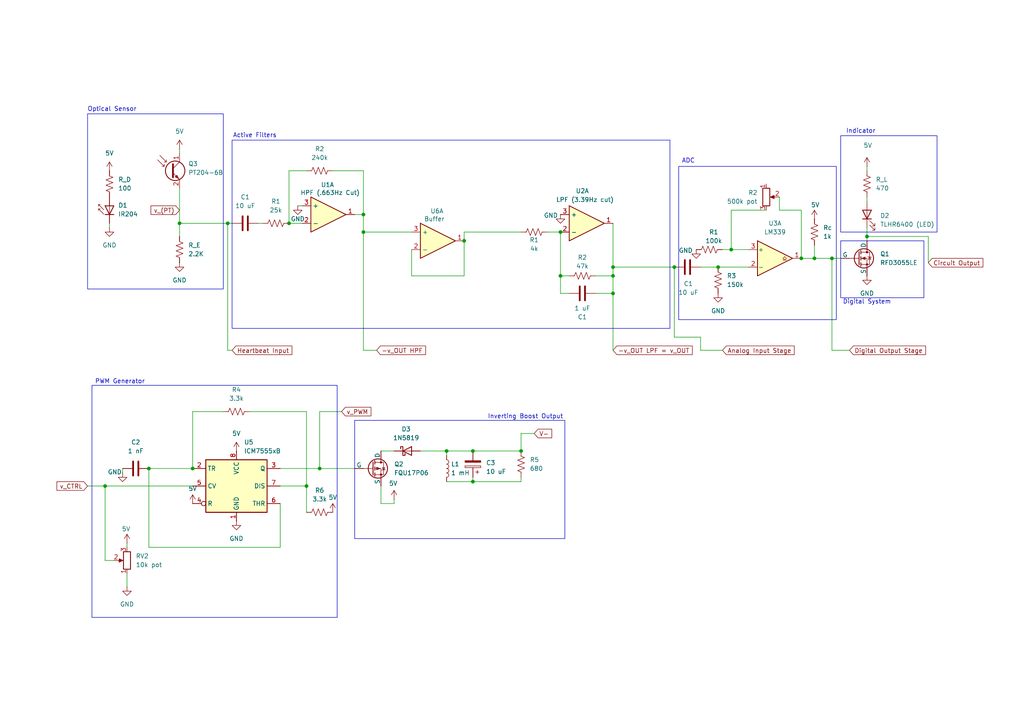
<source format=kicad_sch>
(kicad_sch (version 20231120) (generator "eeschema") (generator_version "8.0")
  (paper "A4")
  (lib_symbols
    (symbol "Comparator:LM393" (pin_names (offset 0.127))
      (property "Reference" "U" (at 3.81 3.81 0))
      (property "Value" "LM393" (at 6.35 -3.81 0))
      (symbol "LM393_1_1"
        (polyline (pts (xy -5.08 5.08) (xy 5.08 0) (xy -5.08 -5.08) (xy -5.08 5.08)) (stroke (width 0.254)) (fill (type background)))
        (polyline (pts (xy 3.302 -0.508) (xy 2.794 -0.508) (xy 3.302 0) (xy 2.794 0.508) (xy 2.286 0) (xy 2.794 -0.508) (xy 2.286 -0.508)) (stroke (width 0.127)))
        (pin open_collector line (at 7.62 0 180) (length 2.54) (name "~") (number "1"))
        (pin input line (at -7.62 -2.54 0) (length 2.54) (name "-") (number "2"))
        (pin input line (at -7.62 2.54 0) (length 2.54) (name "+") (number "3"))
      )
      (symbol "LM393_2_1"
        (polyline (pts (xy -5.08 5.08) (xy 5.08 0) (xy -5.08 -5.08) (xy -5.08 5.08)) (stroke (width 0.254)) (fill (type background)))
        (polyline (pts (xy 3.302 -0.508) (xy 2.794 -0.508) (xy 3.302 0) (xy 2.794 0.508) (xy 2.286 0) (xy 2.794 -0.508) (xy 2.286 -0.508)) (stroke (width 0.127)))
        (pin input line (at -7.62 2.54 0) (length 2.54) (name "+") (number "5"))
        (pin input line (at -7.62 -2.54 0) (length 2.54) (name "-") (number "6"))
        (pin open_collector line (at 7.62 0 180) (length 2.54) (name "~") (number "7"))
      )
      (symbol "LM393_3_1"
        (pin power_in line (at -2.54 -7.62 90) (length 3.81) (name "V-") (number "4"))
        (pin power_in line (at -2.54 7.62 270) (length 3.81) (name "V+") (number "8"))
      )
    )
    (symbol "Device:C" (pin_numbers hide) (pin_names (offset 0.254))
      (property "Reference" "C" (at 0.635 2.54 0))
      (property "Value" "C" (at 0.635 -2.54 0))
      (symbol "C_0_1"
        (polyline (pts (xy -2.032 -0.762) (xy 2.032 -0.762)) (stroke (width 0.508)))
        (polyline (pts (xy -2.032 0.762) (xy 2.032 0.762)) (stroke (width 0.508)))
      )
      (symbol "C_1_1"
        (pin passive line (at 0 3.81 270) (length 2.794) (name "~") (number "1"))
        (pin passive line (at 0 -3.81 90) (length 2.794) (name "~") (number "2"))
      )
    )
    (symbol "Device:C_Polarized" (pin_numbers hide) (pin_names (offset 0.254))
      (property "Reference" "C" (at 0.635 2.54 0))
      (property "Value" "C_Polarized" (at 0.635 -2.54 0))
      (symbol "C_Polarized_0_1"
        (rectangle (start -2.286 0.508) (end 2.286 1.016))
        (polyline (pts (xy -1.778 2.286) (xy -0.762 2.286)))
        (polyline (pts (xy -1.27 2.794) (xy -1.27 1.778)))
        (rectangle (start 2.286 -0.508) (end -2.286 -1.016) (fill (type outline)))
      )
      (symbol "C_Polarized_1_1"
        (pin passive line (at 0 3.81 270) (length 2.794) (name "~") (number "1"))
        (pin passive line (at 0 -3.81 90) (length 2.794) (name "~") (number "2"))
      )
    )
    (symbol "Device:L" (pin_numbers hide) (pin_names (offset 1.016) hide)
      (property "Reference" "L" (at -1.27 0 90))
      (property "Value" "L" (at 1.905 0 90))
      (symbol "L_0_1"
        (arc (start 0 -2.54) (mid 0.6323 -1.905) (end 0 -1.27))
        (arc (start 0 -1.27) (mid 0.6323 -0.635) (end 0 0))
        (arc (start 0 0) (mid 0.6323 0.635) (end 0 1.27))
        (arc (start 0 1.27) (mid 0.6323 1.905) (end 0 2.54))
      )
      (symbol "L_1_1"
        (pin passive line (at 0 3.81 270) (length 1.27) (name "1") (number "1"))
        (pin passive line (at 0 -3.81 90) (length 1.27) (name "2") (number "2"))
      )
    )
    (symbol "Device:LED" (pin_numbers hide) (pin_names (offset 1.016) hide)
      (property "Reference" "D" (at 0 2.54 0))
      (property "Value" "LED" (at 0 -2.54 0))
      (symbol "LED_0_1"
        (polyline (pts (xy -1.27 -1.27) (xy -1.27 1.27)) (stroke (width 0.254)))
        (polyline (pts (xy -1.27 0) (xy 1.27 0)))
        (polyline (pts (xy 1.27 -1.27) (xy 1.27 1.27) (xy -1.27 0) (xy 1.27 -1.27)) (stroke (width 0.254)))
        (polyline (pts (xy -3.048 -0.762) (xy -4.572 -2.286) (xy -3.81 -2.286) (xy -4.572 -2.286) (xy -4.572 -1.524)))
        (polyline (pts (xy -1.778 -0.762) (xy -3.302 -2.286) (xy -2.54 -2.286) (xy -3.302 -2.286) (xy -3.302 -1.524)))
      )
      (symbol "LED_1_1"
        (pin passive line (at -3.81 0 0) (length 2.54) (name "K") (number "1"))
        (pin passive line (at 3.81 0 180) (length 2.54) (name "A") (number "2"))
      )
    )
    (symbol "Device:Opamp_Dual"
      (property "Reference" "U" (at 0 5.08 0))
      (property "Value" "Opamp_Dual" (at 0 -5.08 0))
      (symbol "Opamp_Dual_1_1"
        (polyline (pts (xy -5.08 5.08) (xy 5.08 0) (xy -5.08 -5.08) (xy -5.08 5.08)) (stroke (width 0.254)) (fill (type background)))
        (pin output line (at 7.62 0 180) (length 2.54) (name "~") (number "1"))
        (pin input line (at -7.62 -2.54 0) (length 2.54) (name "-") (number "2"))
        (pin input line (at -7.62 2.54 0) (length 2.54) (name "+") (number "3"))
      )
      (symbol "Opamp_Dual_2_1"
        (polyline (pts (xy -5.08 5.08) (xy 5.08 0) (xy -5.08 -5.08) (xy -5.08 5.08)) (stroke (width 0.254)) (fill (type background)))
        (pin input line (at -7.62 2.54 0) (length 2.54) (name "+") (number "5"))
        (pin input line (at -7.62 -2.54 0) (length 2.54) (name "-") (number "6"))
        (pin output line (at 7.62 0 180) (length 2.54) (name "~") (number "7"))
      )
      (symbol "Opamp_Dual_3_1"
        (pin power_in line (at -2.54 -7.62 90) (length 3.81) (name "V-") (number "4"))
        (pin power_in line (at -2.54 7.62 270) (length 3.81) (name "V+") (number "8"))
      )
    )
    (symbol "Device:R_Potentiometer" (pin_names (offset 1.016) hide)
      (property "Reference" "RV" (at -4.445 0 90))
      (property "Value" "R_Potentiometer" (at -2.54 0 90))
      (symbol "R_Potentiometer_0_1"
        (polyline (pts (xy 2.54 0) (xy 1.524 0)))
        (polyline (pts (xy 1.143 0) (xy 2.286 0.508) (xy 2.286 -0.508) (xy 1.143 0)) (fill (type outline)))
        (rectangle (start 1.016 2.54) (end -1.016 -2.54) (stroke (width 0.254)))
      )
      (symbol "R_Potentiometer_1_1"
        (pin passive line (at 0 3.81 270) (length 1.27) (name "1") (number "1"))
        (pin passive line (at 3.81 0 180) (length 1.27) (name "2") (number "2"))
        (pin passive line (at 0 -3.81 90) (length 1.27) (name "3") (number "3"))
      )
    )
    (symbol "Device:R_US" (pin_numbers hide) (pin_names (offset 0))
      (property "Reference" "R" (at 2.54 0 90))
      (property "Value" "R_US" (at -2.54 0 90))
      (symbol "R_US_0_1"
        (polyline (pts (xy 0 -2.286) (xy 0 -2.54)))
        (polyline (pts (xy 0 2.286) (xy 0 2.54)))
        (polyline (pts (xy 0 -0.762) (xy 1.016 -1.143) (xy 0 -1.524) (xy -1.016 -1.905) (xy 0 -2.286)))
        (polyline (pts (xy 0 0.762) (xy 1.016 0.381) (xy 0 0) (xy -1.016 -0.381) (xy 0 -0.762)))
        (polyline (pts (xy 0 2.286) (xy 1.016 1.905) (xy 0 1.524) (xy -1.016 1.143) (xy 0 0.762)))
      )
      (symbol "R_US_1_1"
        (pin passive line (at 0 3.81 270) (length 1.27) (name "~") (number "1"))
        (pin passive line (at 0 -3.81 90) (length 1.27) (name "~") (number "2"))
      )
    )
    (symbol "Diode:1N5819" (pin_numbers hide) (pin_names (offset 1.016) hide)
      (property "Reference" "D" (at 0 2.54 0))
      (property "Value" "1N5819" (at 0 -2.54 0))
      (symbol "1N5819_0_1"
        (polyline (pts (xy 1.27 0) (xy -1.27 0)))
        (polyline (pts (xy 1.27 1.27) (xy 1.27 -1.27) (xy -1.27 0) (xy 1.27 1.27)) (stroke (width 0.254)))
        (polyline (pts (xy -1.905 0.635) (xy -1.905 1.27) (xy -1.27 1.27) (xy -1.27 -1.27) (xy -0.635 -1.27) (xy -0.635 -0.635)) (stroke (width 0.254)))
      )
      (symbol "1N5819_1_1"
        (pin passive line (at -3.81 0 0) (length 2.54) (name "K") (number "1"))
        (pin passive line (at 3.81 0 180) (length 2.54) (name "A") (number "2"))
      )
    )
    (symbol "LED:IR204A" (pin_numbers hide) (pin_names (offset 1.016) hide)
      (property "Reference" "D" (at 0.508 1.778 0))
      (property "Value" "IR204A" (at -1.016 -2.794 0))
      (symbol "IR204A_0_1"
        (polyline (pts (xy -2.54 1.27) (xy -2.54 -1.27)) (stroke (width 0.254)))
        (polyline (pts (xy 0 0) (xy -2.54 0)))
        (polyline (pts (xy 0.381 3.175) (xy -0.127 3.175)))
        (polyline (pts (xy -1.143 1.651) (xy 0.381 3.175) (xy 0.381 2.667)))
        (polyline (pts (xy 0 1.27) (xy -2.54 0) (xy 0 -1.27) (xy 0 1.27)) (stroke (width 0.254)))
        (polyline (pts (xy -2.413 1.651) (xy -0.889 3.175) (xy -0.889 2.667) (xy -0.889 3.175) (xy -1.397 3.175)))
      )
      (symbol "IR204A_1_1"
        (pin passive line (at -5.08 0 0) (length 2.54) (name "K") (number "1"))
        (pin passive line (at 2.54 0 180) (length 2.54) (name "A") (number "2"))
      )
    )
    (symbol "Sensor_Optical:BP103BF" (pin_names (offset 0) hide)
      (property "Reference" "Q" (at 5.08 1.27 0))
      (property "Value" "BP103BF" (at 5.08 -1.27 0))
      (symbol "BP103BF_0_1"
        (polyline (pts (xy -1.905 1.27) (xy -2.54 1.27)))
        (polyline (pts (xy -1.27 2.54) (xy -1.905 2.54)))
        (polyline (pts (xy 0.635 0.635) (xy 2.54 2.54)))
        (polyline (pts (xy -3.81 3.175) (xy -1.905 1.27) (xy -1.905 1.905)))
        (polyline (pts (xy -3.175 4.445) (xy -1.27 2.54) (xy -1.27 3.175)))
        (polyline (pts (xy 0.635 -0.635) (xy 2.54 -2.54) (xy 2.54 -2.54)))
        (polyline (pts (xy 0.635 1.905) (xy 0.635 -1.905) (xy 0.635 -1.905)) (stroke (width 0.508)))
        (polyline (pts (xy 1.27 -1.778) (xy 1.778 -1.27) (xy 2.286 -2.286) (xy 1.27 -1.778) (xy 1.27 -1.778)) (fill (type outline)))
        (circle (center 1.27 0) (radius 2.8194) (stroke (width 0.254)))
      )
      (symbol "BP103BF_1_1"
        (pin passive line (at 2.54 5.08 270) (length 2.54) (name "C") (number "1"))
        (pin passive line (at 2.54 -5.08 90) (length 2.54) (name "E") (number "2"))
      )
    )
    (symbol "Simulation_SPICE:NMOS" (pin_numbers hide) (pin_names (offset 0))
      (property "Reference" "Q" (at 5.08 1.27 0))
      (property "Value" "NMOS" (at 5.08 -1.27 0))
      (symbol "NMOS_0_1"
        (polyline (pts (xy 0.254 0) (xy -2.54 0)))
        (polyline (pts (xy 0.254 1.905) (xy 0.254 -1.905)) (stroke (width 0.254)))
        (polyline (pts (xy 0.762 -1.27) (xy 0.762 -2.286)) (stroke (width 0.254)))
        (polyline (pts (xy 0.762 0.508) (xy 0.762 -0.508)) (stroke (width 0.254)))
        (polyline (pts (xy 0.762 2.286) (xy 0.762 1.27)) (stroke (width 0.254)))
        (polyline (pts (xy 2.54 2.54) (xy 2.54 1.778)))
        (polyline (pts (xy 2.54 -2.54) (xy 2.54 0) (xy 0.762 0)))
        (polyline (pts (xy 0.762 -1.778) (xy 3.302 -1.778) (xy 3.302 1.778) (xy 0.762 1.778)))
        (polyline (pts (xy 1.016 0) (xy 2.032 0.381) (xy 2.032 -0.381) (xy 1.016 0)) (fill (type outline)))
        (polyline (pts (xy 2.794 0.508) (xy 2.921 0.381) (xy 3.683 0.381) (xy 3.81 0.254)))
        (polyline (pts (xy 3.302 0.381) (xy 2.921 -0.254) (xy 3.683 -0.254) (xy 3.302 0.381)))
        (circle (center 1.651 0) (radius 2.794) (stroke (width 0.254)))
        (circle (center 2.54 -1.778) (radius 0.254) (fill (type outline)))
        (circle (center 2.54 1.778) (radius 0.254) (fill (type outline)))
      )
      (symbol "NMOS_1_1"
        (pin passive line (at 2.54 5.08 270) (length 2.54) (name "D") (number "1"))
        (pin input line (at -5.08 0 0) (length 2.54) (name "G") (number "2"))
        (pin passive line (at 2.54 -5.08 90) (length 2.54) (name "S") (number "3"))
      )
    )
    (symbol "Simulation_SPICE:PMOS" (pin_numbers hide) (pin_names (offset 0))
      (property "Reference" "Q" (at 5.08 1.27 0))
      (property "Value" "PMOS" (at 5.08 -1.27 0))
      (symbol "PMOS_0_1"
        (polyline (pts (xy 0.254 0) (xy -2.54 0)))
        (polyline (pts (xy 0.254 1.905) (xy 0.254 -1.905)) (stroke (width 0.254)))
        (polyline (pts (xy 0.762 -1.27) (xy 0.762 -2.286)) (stroke (width 0.254)))
        (polyline (pts (xy 0.762 0.508) (xy 0.762 -0.508)) (stroke (width 0.254)))
        (polyline (pts (xy 0.762 2.286) (xy 0.762 1.27)) (stroke (width 0.254)))
        (polyline (pts (xy 2.54 2.54) (xy 2.54 1.778)))
        (polyline (pts (xy 2.54 -2.54) (xy 2.54 0) (xy 0.762 0)))
        (polyline (pts (xy 0.762 1.778) (xy 3.302 1.778) (xy 3.302 -1.778) (xy 0.762 -1.778)))
        (polyline (pts (xy 2.286 0) (xy 1.27 0.381) (xy 1.27 -0.381) (xy 2.286 0)) (fill (type outline)))
        (polyline (pts (xy 2.794 -0.508) (xy 2.921 -0.381) (xy 3.683 -0.381) (xy 3.81 -0.254)))
        (polyline (pts (xy 3.302 -0.381) (xy 2.921 0.254) (xy 3.683 0.254) (xy 3.302 -0.381)))
        (circle (center 1.651 0) (radius 2.794) (stroke (width 0.254)))
        (circle (center 2.54 -1.778) (radius 0.254) (fill (type outline)))
        (circle (center 2.54 1.778) (radius 0.254) (fill (type outline)))
      )
      (symbol "PMOS_1_1"
        (pin passive line (at 2.54 5.08 270) (length 2.54) (name "D") (number "1"))
        (pin input line (at -5.08 0 0) (length 2.54) (name "G") (number "2"))
        (pin passive line (at 2.54 -5.08 90) (length 2.54) (name "S") (number "3"))
      )
    )
    (symbol "Timer:ICM7555xB"
      (property "Reference" "U" (at -10.16 8.89 0))
      (property "Value" "ICM7555xB" (at 2.54 8.89 0))
      (symbol "ICM7555xB_0_0"
        (pin power_in line (at 0 -10.16 90) (length 2.54) (name "GND") (number "1"))
        (pin power_in line (at 0 10.16 270) (length 2.54) (name "VCC") (number "8"))
      )
      (symbol "ICM7555xB_0_1"
        (rectangle (start -8.89 -7.62) (end 8.89 7.62) (stroke (width 0.254)) (fill (type background)))
        (rectangle (start -8.89 -7.62) (end 8.89 7.62) (stroke (width 0.254)) (fill (type background)))
      )
      (symbol "ICM7555xB_1_1"
        (pin input line (at -12.7 5.08 0) (length 3.81) (name "TR") (number "2"))
        (pin output line (at 12.7 5.08 180) (length 3.81) (name "Q") (number "3"))
        (pin input inverted (at -12.7 -5.08 0) (length 3.81) (name "R") (number "4"))
        (pin input line (at -12.7 0 0) (length 3.81) (name "CV") (number "5"))
        (pin input line (at 12.7 -5.08 180) (length 3.81) (name "THR") (number "6"))
        (pin input line (at 12.7 0 180) (length 3.81) (name "DIS") (number "7"))
      )
    )
    (symbol "power:GND" (power) (pin_numbers hide) (pin_names (offset 0) hide)
      (property "Value" "GND" (at 0 -3.81 0))
      (symbol "GND_0_1"
        (polyline (pts (xy 0 0) (xy 0 -1.27) (xy 1.27 -1.27) (xy 0 -2.54) (xy -1.27 -1.27) (xy 0 -1.27)))
      )
      (symbol "GND_1_1"
        (pin power_in line (at 0 0 270) (length 0) (name "~") (number "1"))
      )
    )
    (symbol "power:GND1" (power) (pin_numbers hide) (pin_names (offset 0) hide)
      (property "Value" "GND1" (at 0 -3.81 0))
      (symbol "GND1_0_1"
        (polyline (pts (xy 0 0) (xy 0 -1.27) (xy 1.27 -1.27) (xy 0 -2.54) (xy -1.27 -1.27) (xy 0 -1.27)))
      )
      (symbol "GND1_1_1"
        (pin power_in line (at 0 0 270) (length 0) (name "~") (number "1"))
      )
    )
    (symbol "power:VAA" (power) (pin_numbers hide) (pin_names (offset 0) hide)
      (property "Value" "VAA" (at 0 3.556 0))
      (symbol "VAA_0_1"
        (polyline (pts (xy -0.762 1.27) (xy 0 2.54)))
        (polyline (pts (xy 0 0) (xy 0 2.54)))
        (polyline (pts (xy 0 2.54) (xy 0.762 1.27)))
      )
      (symbol "VAA_1_1"
        (pin power_in line (at 0 0 90) (length 0) (name "~") (number "1"))
      )
    )
    (symbol "power:VCCQ" (power) (pin_numbers hide) (pin_names (offset 0) hide)
      (property "Value" "VCCQ" (at 0 3.556 0))
      (symbol "VCCQ_0_1"
        (polyline (pts (xy -0.762 1.27) (xy 0 2.54)))
        (polyline (pts (xy 0 0) (xy 0 2.54)))
        (polyline (pts (xy 0 2.54) (xy 0.762 1.27)))
      )
      (symbol "VCCQ_1_1"
        (pin power_in line (at 0 0 90) (length 0) (name "~") (number "1"))
      )
    )
  )
  (junction (at 92.71 135.89))
  (junction (at 105.41 67.31))
  (junction (at 232.41 74.93))
  (junction (at 251.46 68.58))
  (junction (at 177.8 77.47))
  (junction (at 105.41 62.23))
  (junction (at 241.3 74.93))
  (junction (at 162.56 80.01))
  (junction (at 55.88 135.89))
  (junction (at 66.04 64.77))
  (junction (at 134.62 69.85))
  (junction (at 43.18 135.89))
  (junction (at 162.56 67.31))
  (junction (at 137.16 130.81))
  (junction (at 177.8 85.09))
  (junction (at 208.28 77.47))
  (junction (at 236.22 74.93))
  (junction (at 195.58 77.47))
  (junction (at 88.9 140.97))
  (junction (at 83.82 64.77))
  (junction (at 151.13 130.81))
  (junction (at 52.07 64.77))
  (junction (at 129.54 130.81))
  (junction (at 177.8 80.01))
  (junction (at 30.48 140.97))
  (junction (at 212.09 72.39))
  (junction (at 137.16 139.7))
  (wire (pts (xy 129.54 130.81) (xy 137.16 130.81)))
  (wire (pts (xy 195.58 77.47) (xy 195.58 97.79)))
  (wire (pts (xy 52.07 54.61) (xy 52.07 64.77)))
  (wire (pts (xy 109.22 101.6) (xy 105.41 101.6)))
  (wire (pts (xy 43.18 135.89) (xy 55.88 135.89)))
  (wire (pts (xy 162.56 85.09) (xy 162.56 80.01)))
  (wire (pts (xy 137.16 138.43) (xy 137.16 139.7)))
  (wire (pts (xy 151.13 125.73) (xy 151.13 130.81)))
  (wire (pts (xy 110.49 146.05) (xy 110.49 140.97)))
  (wire (pts (xy 212.09 60.96) (xy 222.25 60.96)))
  (wire (pts (xy 96.52 49.53) (xy 105.41 49.53)))
  (wire (pts (xy 236.22 74.93) (xy 232.41 74.93)))
  (wire (pts (xy 52.07 64.77) (xy 52.07 68.58)))
  (wire (pts (xy 134.62 69.85) (xy 134.62 80.01)))
  (wire (pts (xy 83.82 64.77) (xy 87.63 64.77)))
  (wire (pts (xy 209.55 72.39) (xy 212.09 72.39)))
  (wire (pts (xy 52.07 64.77) (xy 66.04 64.77)))
  (wire (pts (xy 30.48 140.97) (xy 55.88 140.97)))
  (wire (pts (xy 55.88 135.89) (xy 55.88 119.38)))
  (wire (pts (xy 236.22 74.93) (xy 241.3 74.93)))
  (wire (pts (xy 269.24 76.2) (xy 269.24 68.58)))
  (wire (pts (xy 177.8 77.47) (xy 195.58 77.47)))
  (wire (pts (xy 251.46 57.15) (xy 251.46 58.42)))
  (wire (pts (xy 241.3 74.93) (xy 243.84 74.93)))
  (wire (pts (xy 203.2 97.79) (xy 195.58 97.79)))
  (wire (pts (xy 81.28 146.05) (xy 81.28 158.75)))
  (wire (pts (xy 121.92 130.81) (xy 129.54 130.81)))
  (wire (pts (xy 162.56 80.01) (xy 165.1 80.01)))
  (wire (pts (xy 67.31 101.6) (xy 66.04 101.6)))
  (wire (pts (xy 36.83 157.48) (xy 36.83 158.75)))
  (wire (pts (xy 212.09 60.96) (xy 212.09 72.39)))
  (wire (pts (xy 114.3 146.05) (xy 110.49 146.05)))
  (wire (pts (xy 105.41 62.23) (xy 102.87 62.23)))
  (wire (pts (xy 177.8 77.47) (xy 177.8 64.77)))
  (wire (pts (xy 137.16 130.81) (xy 151.13 130.81)))
  (wire (pts (xy 236.22 71.12) (xy 236.22 74.93)))
  (wire (pts (xy 208.28 77.47) (xy 217.17 77.47)))
  (wire (pts (xy 251.46 66.04) (xy 251.46 68.58)))
  (wire (pts (xy 99.06 119.38) (xy 92.71 119.38)))
  (wire (pts (xy 66.04 64.77) (xy 67.31 64.77)))
  (wire (pts (xy 251.46 68.58) (xy 269.24 68.58)))
  (wire (pts (xy 162.56 67.31) (xy 162.56 80.01)))
  (wire (pts (xy 251.46 68.58) (xy 251.46 69.85)))
  (wire (pts (xy 88.9 148.59) (xy 88.9 140.97)))
  (wire (pts (xy 134.62 67.31) (xy 134.62 69.85)))
  (wire (pts (xy 105.41 67.31) (xy 119.38 67.31)))
  (wire (pts (xy 151.13 139.7) (xy 151.13 138.43)))
  (wire (pts (xy 177.8 85.09) (xy 172.72 85.09)))
  (wire (pts (xy 33.02 162.56) (xy 30.48 162.56)))
  (wire (pts (xy 177.8 77.47) (xy 177.8 80.01)))
  (wire (pts (xy 105.41 67.31) (xy 105.41 62.23)))
  (wire (pts (xy 172.72 80.01) (xy 177.8 80.01)))
  (wire (pts (xy 203.2 97.79) (xy 203.2 101.6)))
  (wire (pts (xy 66.04 64.77) (xy 66.04 101.6)))
  (wire (pts (xy 105.41 49.53) (xy 105.41 62.23)))
  (wire (pts (xy 226.06 60.96) (xy 232.41 60.96)))
  (wire (pts (xy 30.48 140.97) (xy 30.48 162.56)))
  (wire (pts (xy 110.49 130.81) (xy 114.3 130.81)))
  (wire (pts (xy 137.16 139.7) (xy 151.13 139.7)))
  (wire (pts (xy 81.28 135.89) (xy 92.71 135.89)))
  (wire (pts (xy 74.93 64.77) (xy 76.2 64.77)))
  (wire (pts (xy 119.38 72.39) (xy 119.38 80.01)))
  (wire (pts (xy 226.06 57.15) (xy 226.06 60.96)))
  (wire (pts (xy 55.88 119.38) (xy 64.77 119.38)))
  (wire (pts (xy 36.83 166.37) (xy 36.83 170.18)))
  (wire (pts (xy 241.3 101.6) (xy 241.3 74.93)))
  (wire (pts (xy 92.71 119.38) (xy 92.71 135.89)))
  (wire (pts (xy 241.3 101.6) (xy 246.38 101.6)))
  (wire (pts (xy 177.8 80.01) (xy 177.8 85.09)))
  (wire (pts (xy 251.46 48.26) (xy 251.46 49.53)))
  (wire (pts (xy 88.9 140.97) (xy 81.28 140.97)))
  (wire (pts (xy 88.9 49.53) (xy 83.82 49.53)))
  (wire (pts (xy 72.39 119.38) (xy 88.9 119.38)))
  (wire (pts (xy 151.13 67.31) (xy 134.62 67.31)))
  (wire (pts (xy 88.9 119.38) (xy 88.9 140.97)))
  (wire (pts (xy 92.71 135.89) (xy 102.87 135.89)))
  (wire (pts (xy 212.09 72.39) (xy 217.17 72.39)))
  (wire (pts (xy 177.8 101.6) (xy 177.8 85.09)))
  (wire (pts (xy 83.82 49.53) (xy 83.82 64.77)))
  (wire (pts (xy 209.55 101.6) (xy 203.2 101.6)))
  (wire (pts (xy 86.36 59.69) (xy 87.63 59.69)))
  (wire (pts (xy 114.3 146.05) (xy 114.3 144.78)))
  (wire (pts (xy 43.18 158.75) (xy 43.18 135.89)))
  (wire (pts (xy 165.1 85.09) (xy 162.56 85.09)))
  (wire (pts (xy 119.38 80.01) (xy 134.62 80.01)))
  (wire (pts (xy 105.41 101.6) (xy 105.41 67.31)))
  (wire (pts (xy 81.28 158.75) (xy 43.18 158.75)))
  (wire (pts (xy 25.4 140.97) (xy 30.48 140.97)))
  (wire (pts (xy 31.75 64.77) (xy 31.75 66.04)))
  (wire (pts (xy 52.07 43.18) (xy 52.07 44.45)))
  (wire (pts (xy 35.56 137.16) (xy 35.56 135.89)))
  (wire (pts (xy 232.41 60.96) (xy 232.41 74.93)))
  (wire (pts (xy 129.54 130.81) (xy 129.54 132.08)))
  (wire (pts (xy 158.75 67.31) (xy 162.56 67.31)))
  (wire (pts (xy 208.28 77.47) (xy 203.2 77.47)))
  (wire (pts (xy 129.54 139.7) (xy 137.16 139.7)))
  (wire (pts (xy 154.94 125.73) (xy 151.13 125.73)))
  (rectangle (start 196.85 48.26) (end 242.57 92.71))
  (rectangle (start 243.84 69.85) (end 267.97 86.36))
  (rectangle (start 102.87 121.92) (end 163.83 156.21))
  (rectangle (start 26.67 111.76) (end 97.79 179.07))
  (rectangle (start 67.31 40.64) (end 194.31 95.25))
  (rectangle (start 243.84 39.37) (end 271.78 67.31))
  (rectangle (start 25.4 33.02) (end 64.77 83.82))
  (text "Optical Sensor" (at 32.512 31.75 0) (effects (font (size 1.27 1.27))))
  (text "Digital System" (at 251.46 87.63 0) (effects (font (size 1.27 1.27))))
  (text "ADC" (at 199.644 46.736 0) (effects (font (size 1.27 1.27))))
  (text "Active Filters" (at 73.914 39.37 0) (effects (font (size 1.27 1.27))))
  (text "Indicator" (at 249.682 38.1 0) (effects (font (size 1.27 1.27))))
  (text "PWM Generator" (at 34.798 110.744 0) (effects (font (size 1.27 1.27))))
  (text "Inverting Boost Output" (at 152.4 120.904 0) (effects (font (size 1.27 1.27))))
  (global_label "v_CTRL" (shape input) (at 25.4 140.97 180) (property "Intersheetrefs" "${INTERSHEET_REFS}" (effects (hide yes))))
  (global_label "v_PWM" (shape input) (at 99.06 119.38 0) (property "Intersheetrefs" "${INTERSHEET_REFS}" (effects (hide yes))))
  (global_label "-v_OUT LPF = v_OUT" (shape input) (at 177.8 101.6 0) (property "Intersheetrefs" "${INTERSHEET_REFS}" (effects (hide yes))))
  (global_label "-v_OUT HPF" (shape input) (at 109.22 101.6 0) (property "Intersheetrefs" "${INTERSHEET_REFS}" (effects (hide yes))))
  (global_label "v_(PT)" (shape input) (at 52.07 60.96 180) (property "Intersheetrefs" "${INTERSHEET_REFS}" (effects (hide yes))))
  (global_label "Digital Output Stage" (shape input) (at 246.38 101.6 0) (property "Intersheetrefs" "${INTERSHEET_REFS}" (effects (hide yes))))
  (global_label "Analog Input Stage" (shape input) (at 209.55 101.6 0) (property "Intersheetrefs" "${INTERSHEET_REFS}" (effects (hide yes))))
  (global_label "V-" (shape input) (at 154.94 125.73 0) (property "Intersheetrefs" "${INTERSHEET_REFS}" (effects (hide yes))))
  (global_label "Circuit Output" (shape input) (at 269.24 76.2 0) (property "Intersheetrefs" "${INTERSHEET_REFS}" (effects (hide yes))))
  (global_label "Heartbeat Input" (shape input) (at 67.31 101.6 0) (property "Intersheetrefs" "${INTERSHEET_REFS}" (effects (hide yes))))
  (symbol (lib_id "Device:C") (at 39.37 135.89 90) (unit 1)
    (property "Reference" "C2" (at 39.37 128.27 90))
    (property "Value" "1 nF" (at 39.37 130.81 90))
    (property "Description" "Unpolarized capacitor" (effects (hide yes)))
  )
  (symbol (lib_id "Device:Opamp_Dual") (at 170.18 64.77 0) (unit 1)
    (property "Reference" "U2" (at 168.91 55.372 0))
    (property "Value" "LPF (3.39Hz cut)" (at 169.672 57.912 0))
    (property "Description" "Dual operational amplifier" (effects (hide yes)))
    (property "Sim.Library" "${KICAD7_SYMBOL_DIR}/Simulation_SPICE.sp" (effects (hide yes)))
    (property "Sim.Name" "kicad_builtin_opamp_dual" (effects (hide yes)))
    (property "Sim.Device" "SUBCKT" (effects (hide yes)))
    (property "Sim.Pins" "1=out1 2=in1- 3=in1+ 4=vee 5=in2+ 6=in2- 7=out2 8=vcc" (effects (hide yes)))
  )
  (symbol (lib_id "power:VCCQ") (at 36.83 157.48 0) (unit 1)
    (property "Reference" "#PWR016" (effects (hide yes)))
    (property "Value" "5V" (at 36.576 153.416 0))
    (property "Description" "Power symbol creates a global label with name \"VCCQ\"" (effects (hide yes)))
  )
  (symbol (lib_id "Device:R_US") (at 52.07 72.39 180) (unit 1)
    (property "Reference" "R_E" (at 54.61 71.1199 0) (effects (justify right)))
    (property "Value" "2.2K" (at 54.61 73.6599 0) (effects (justify right)))
    (property "Description" "Resistor, US symbol" (effects (hide yes)))
  )
  (symbol (lib_id "power:GND") (at 251.46 80.01 0) (unit 1)
    (property "Reference" "#PWR011" (effects (hide yes)))
    (property "Value" "GND" (at 251.46 85.09 0))
    (property "Description" "Power symbol creates a global label with name \"GND\" , ground" (effects (hide yes)))
  )
  (symbol (lib_id "power:GND") (at 162.56 62.23 0) (unit 1)
    (property "Reference" "#PWR02" (effects (hide yes)))
    (property "Value" "GND" (at 157.734 62.484 0) (effects (justify left)))
    (property "Description" "Power symbol creates a global label with name \"GND\" , ground" (effects (hide yes)))
  )
  (symbol (lib_id "Device:L") (at 129.54 135.89 0) (unit 1)
    (property "Reference" "L1" (at 130.81 134.6199 0) (effects (justify left)))
    (property "Value" "1 mH" (at 130.81 137.1599 0) (effects (justify left)))
    (property "Description" "Inductor" (effects (hide yes)))
  )
  (symbol (lib_id "Comparator:LM393") (at 224.79 74.93 0) (unit 1)
    (property "Reference" "U3" (at 224.79 64.77 0))
    (property "Value" "LM339" (at 224.79 67.31 0))
    (property "Datasheet" "http://www.ti.com/lit/ds/symlink/lm393.pdf" (effects (hide yes)))
    (property "Description" "Low-Power, Low-Offset Voltage, Dual Comparators, DIP-8/SOIC-8/TO-99-8" (effects (hide yes)))
  )
  (symbol (lib_id "power:GND") (at 201.93 72.39 0) (unit 1)
    (property "Reference" "#PWR04" (effects (hide yes)))
    (property "Value" "GND" (at 198.882 72.644 0))
    (property "Description" "Power symbol creates a global label with name \"GND\" , ground" (effects (hide yes)))
  )
  (symbol (lib_id "Diode:1N5819") (at 118.11 130.81 0) (unit 1)
    (property "Reference" "D3" (at 117.7925 124.46 0))
    (property "Value" "1N5819" (at 117.7925 127 0))
    (property "Footprint" "Diode_THT:D_DO-41_SOD81_P10.16mm_Horizontal" (effects (hide yes)))
    (property "Datasheet" "http://www.vishay.com/docs/88525/1n5817.pdf" (effects (hide yes)))
    (property "Description" "40V 1A Schottky Barrier Rectifier Diode, DO-41" (effects (hide yes)))
  )
  (symbol (lib_id "Device:R_US") (at 236.22 67.31 180) (unit 1)
    (property "Reference" "Rc" (at 238.76 66.0399 0) (effects (justify right)))
    (property "Value" "1k" (at 238.76 68.5799 0) (effects (justify right)))
    (property "Description" "Resistor, US symbol" (effects (hide yes)))
  )
  (symbol (lib_id "Device:R_US") (at 80.01 64.77 90) (unit 1)
    (property "Reference" "R1" (at 80.01 58.42 90))
    (property "Value" "25k" (at 80.01 60.96 90))
    (property "Description" "Resistor, US symbol" (effects (hide yes)))
  )
  (symbol (lib_id "Device:C") (at 71.12 64.77 90) (unit 1)
    (property "Reference" "C1" (at 71.12 57.15 90))
    (property "Value" "10 uF" (at 71.12 59.69 90))
    (property "Description" "Unpolarized capacitor" (effects (hide yes)))
  )
  (symbol (lib_id "power:VCCQ") (at 52.07 43.18 0) (unit 1)
    (property "Reference" "#PWR09" (effects (hide yes)))
    (property "Value" "5V" (at 52.07 38.1 0))
    (property "Description" "Power symbol creates a global label with name \"VCCQ\"" (effects (hide yes)))
  )
  (symbol (lib_id "power:VCCQ") (at 96.52 148.59 0) (unit 1)
    (property "Reference" "#PWR019" (effects (hide yes)))
    (property "Value" "5V" (at 97.79 144.272 0) (effects (justify right)))
    (property "Description" "Power symbol creates a global label with name \"VCCQ\"" (effects (hide yes)))
  )
  (symbol (lib_id "power:GND1") (at 52.07 76.2 0) (unit 1)
    (property "Reference" "#PWR08" (effects (hide yes)))
    (property "Value" "GND" (at 52.07 81.28 0))
    (property "Description" "Power symbol creates a global label with name \"GND1\" , ground" (effects (hide yes)))
  )
  (symbol (lib_id "Simulation_SPICE:PMOS") (at 107.95 135.89 0) (unit 1)
    (property "Reference" "Q2" (at 114.3 134.6199 0) (effects (justify left)))
    (property "Value" "FQU17P06" (at 114.3 137.1599 0) (effects (justify left)))
    (property "Datasheet" "https://ngspice.sourceforge.io/docs/ngspice-html-manual/manual.xhtml#cha_MOSFETs" (effects (hide yes)))
    (property "Description" "P-MOSFET transistor, drain/source/gate" (effects (hide yes)))
    (property "Sim.Device" "PMOS" (effects (hide yes)))
    (property "Sim.Type" "VDMOS" (effects (hide yes)))
    (property "Sim.Pins" "1=D 2=G 3=S" (effects (hide yes)))
  )
  (symbol (lib_id "Sensor_Optical:BP103BF") (at 49.53 49.53 0) (unit 1)
    (property "Reference" "Q3" (at 54.61 47.5106 0) (effects (justify left)))
    (property "Value" "PT204-6B" (at 54.61 50.0506 0) (effects (justify left)))
    (property "Footprint" "LED_THT:LED_D5.0mm_Clear" (effects (hide yes)))
    (property "Datasheet" "http://www.b-kainka.de/Daten/Sensor/bp103bf.pdf" (effects (hide yes)))
    (property "Description" "NPN phototransistor with daylight filter" (effects (hide yes)))
  )
  (symbol (lib_id "Device:C_Polarized") (at 137.16 134.62 180) (unit 1)
    (property "Reference" "C3" (at 140.97 134.2389 0) (effects (justify right)))
    (property "Value" "10 uF" (at 140.97 136.7789 0) (effects (justify right)))
    (property "Description" "Polarized capacitor" (effects (hide yes)))
  )
  (symbol (lib_id "Device:R_US") (at 208.28 81.28 180) (unit 1)
    (property "Reference" "R3" (at 210.82 80.0099 0) (effects (justify right)))
    (property "Value" "150k" (at 210.82 82.5499 0) (effects (justify right)))
    (property "Description" "Resistor, US symbol" (effects (hide yes)))
  )
  (symbol (lib_id "Device:R_US") (at 31.75 53.34 180) (unit 1)
    (property "Reference" "R_D" (at 34.29 52.0699 0) (effects (justify right)))
    (property "Value" "100" (at 34.29 54.6099 0) (effects (justify right)))
    (property "Description" "Resistor, US symbol" (effects (hide yes)))
  )
  (symbol (lib_id "power:GND1") (at 36.83 170.18 0) (unit 1)
    (property "Reference" "#PWR017" (effects (hide yes)))
    (property "Value" "GND" (at 36.83 175.26 0))
    (property "Description" "Power symbol creates a global label with name \"GND1\" , ground" (effects (hide yes)))
  )
  (symbol (lib_id "Device:R_US") (at 151.13 134.62 0) (unit 1)
    (property "Reference" "R5" (at 153.67 133.3499 0) (effects (justify left)))
    (property "Value" "680" (at 153.67 135.8899 0) (effects (justify left)))
    (property "Description" "Resistor, US symbol" (effects (hide yes)))
  )
  (symbol (lib_id "power:GND1") (at 31.75 66.04 0) (unit 1)
    (property "Reference" "#PWR010" (effects (hide yes)))
    (property "Value" "GND" (at 31.75 71.12 0))
    (property "Description" "Power symbol creates a global label with name \"GND1\" , ground" (effects (hide yes)))
  )
  (symbol (lib_id "power:VCCQ") (at 114.3 144.78 0) (unit 1)
    (property "Reference" "#PWR018" (effects (hide yes)))
    (property "Value" "5V" (at 115.316 140.208 0) (effects (justify right)))
    (property "Description" "Power symbol creates a global label with name \"VCCQ\"" (effects (hide yes)))
  )
  (symbol (lib_id "Simulation_SPICE:NMOS") (at 248.92 74.93 0) (unit 1)
    (property "Reference" "Q1" (at 255.27 73.6599 0) (effects (justify left)))
    (property "Value" "RFD3055LE" (at 255.27 76.1999 0) (effects (justify left)))
    (property "Datasheet" "https://ngspice.sourceforge.io/docs/ngspice-html-manual/manual.xhtml#cha_MOSFETs" (effects (hide yes)))
    (property "Description" "N-MOSFET transistor, drain/source/gate" (effects (hide yes)))
    (property "Sim.Device" "NMOS" (effects (hide yes)))
    (property "Sim.Type" "VDMOS" (effects (hide yes)))
    (property "Sim.Pins" "1=D 2=G 3=S" (effects (hide yes)))
  )
  (symbol (lib_id "power:VCCQ") (at 55.88 146.05 0) (unit 1)
    (property "Reference" "#PWR014" (effects (hide yes)))
    (property "Value" "5V" (at 55.88 141.732 0))
    (property "Description" "Power symbol creates a global label with name \"VCCQ\"" (effects (hide yes)))
  )
  (symbol (lib_id "Device:Opamp_Dual") (at 95.25 62.23 0) (unit 1)
    (property "Reference" "U1" (at 94.996 53.594 0))
    (property "Value" "HPF (.663Hz Cut)" (at 95.758 55.88 0))
    (property "Description" "Dual operational amplifier" (effects (hide yes)))
    (property "Sim.Library" "${KICAD7_SYMBOL_DIR}/Simulation_SPICE.sp" (effects (hide yes)))
    (property "Sim.Name" "kicad_builtin_opamp_dual" (effects (hide yes)))
    (property "Sim.Device" "SUBCKT" (effects (hide yes)))
    (property "Sim.Pins" "1=out1 2=in1- 3=in1+ 4=vee 5=in2+ 6=in2- 7=out2 8=vcc" (effects (hide yes)))
  )
  (symbol (lib_id "Device:R_Potentiometer") (at 36.83 162.56 180) (unit 1)
    (property "Reference" "RV2" (at 39.37 161.2899 0) (effects (justify right)))
    (property "Value" "10k pot" (at 39.37 163.8299 0) (effects (justify right)))
    (property "Description" "Potentiometer" (effects (hide yes)))
  )
  (symbol (lib_id "Device:R_Potentiometer") (at 222.25 57.15 0) (unit 1)
    (property "Reference" "R2" (at 219.71 55.8799 0) (effects (justify right)))
    (property "Value" "500k pot" (at 219.71 58.4199 0) (effects (justify right)))
    (property "Description" "Potentiometer" (effects (hide yes)))
  )
  (symbol (lib_id "Device:LED") (at 251.46 62.23 90) (unit 1)
    (property "Reference" "D2" (at 255.27 62.5474 90) (effects (justify right)))
    (property "Value" "TLHR6400 (LED)" (at 255.27 65.0874 90) (effects (justify right)))
    (property "Description" "Light emitting diode" (effects (hide yes)))
  )
  (symbol (lib_id "LED:IR204A") (at 31.75 59.69 90) (unit 1)
    (property "Reference" "D1" (at 34.29 59.5629 90) (effects (justify right)))
    (property "Value" "IR204" (at 34.29 62.1029 90) (effects (justify right)))
    (property "Footprint" "LED_THT:LED_D3.0mm_IRBlack" (effects (hide yes)))
    (property "Datasheet" "http://www.everlight.com/file/ProductFile/IR204-A.pdf" (effects (hide yes)))
    (property "Description" "Infrared LED , 3mm LED package" (effects (hide yes)))
  )
  (symbol (lib_id "Timer:ICM7555xB") (at 68.58 140.97 0) (unit 1)
    (property "Reference" "U5" (at 70.7741 128.27 0) (effects (justify left)))
    (property "Value" "ICM7555xB" (at 70.7741 130.81 0) (effects (justify left)))
    (property "Footprint" "Package_SO:SOIC-8_3.9x4.9mm_P1.27mm" (effects (hide yes)))
    (property "Datasheet" "http://www.intersil.com/content/dam/Intersil/documents/icm7/icm7555-56.pdf" (effects (hide yes)))
    (property "Description" "CMOS General Purpose Timer, 555 compatible, SOIC-8" (effects (hide yes)))
  )
  (symbol (lib_id "Device:R_US") (at 68.58 119.38 90) (unit 1)
    (property "Reference" "R4" (at 68.58 113.03 90))
    (property "Value" "3.3k" (at 68.58 115.57 90))
    (property "Description" "Resistor, US symbol" (effects (hide yes)))
  )
  (symbol (lib_id "Device:R_US") (at 205.74 72.39 90) (unit 1)
    (property "Reference" "R1" (at 207.01 67.31 90))
    (property "Value" "100k" (at 207.01 69.85 90))
    (property "Description" "Resistor, US symbol" (effects (hide yes)))
  )
  (symbol (lib_id "Device:R_US") (at 251.46 53.34 180) (unit 1)
    (property "Reference" "R_L" (at 254 52.0699 0) (effects (justify right)))
    (property "Value" "470" (at 254 54.6099 0) (effects (justify right)))
    (property "Description" "Resistor, US symbol" (effects (hide yes)))
  )
  (symbol (lib_id "power:GND") (at 208.28 85.09 0) (unit 1)
    (property "Reference" "#PWR03" (effects (hide yes)))
    (property "Value" "GND" (at 208.28 90.17 0))
    (property "Description" "Power symbol creates a global label with name \"GND\" , ground" (effects (hide yes)))
  )
  (symbol (lib_id "Device:Opamp_Dual") (at 127 69.85 0) (unit 1)
    (property "Reference" "U6" (at 126.746 61.214 0))
    (property "Value" "Buffer" (at 125.984 63.5 0))
    (property "Description" "Dual operational amplifier" (effects (hide yes)))
    (property "Sim.Library" "${KICAD7_SYMBOL_DIR}/Simulation_SPICE.sp" (effects (hide yes)))
    (property "Sim.Name" "kicad_builtin_opamp_dual" (effects (hide yes)))
    (property "Sim.Device" "SUBCKT" (effects (hide yes)))
    (property "Sim.Pins" "1=out1 2=in1- 3=in1+ 4=vee 5=in2+ 6=in2- 7=out2 8=vcc" (effects (hide yes)))
  )
  (symbol (lib_id "power:VCCQ") (at 68.58 130.81 0) (unit 1)
    (property "Reference" "#PWR013" (effects (hide yes)))
    (property "Value" "5V" (at 67.31 125.73 0) (effects (justify left)))
    (property "Description" "Power symbol creates a global label with name \"VCCQ\"" (effects (hide yes)))
  )
  (symbol (lib_id "power:GND1") (at 35.56 137.16 0) (unit 1)
    (property "Reference" "#PWR015" (effects (hide yes)))
    (property "Value" "GND" (at 31.242 136.906 0) (effects (justify left)))
    (property "Description" "Power symbol creates a global label with name \"GND1\" , ground" (effects (hide yes)))
  )
  (symbol (lib_id "Device:R_US") (at 92.71 49.53 90) (unit 1)
    (property "Reference" "R2" (at 92.71 43.18 90))
    (property "Value" "240k" (at 92.71 45.72 90))
    (property "Description" "Resistor, US symbol" (effects (hide yes)))
  )
  (symbol (lib_id "Device:R_US") (at 154.94 67.31 270) (unit 1)
    (property "Reference" "R1" (at 154.94 69.596 90))
    (property "Value" "4k" (at 154.94 72.136 90))
    (property "Description" "Resistor, US symbol" (effects (hide yes)))
  )
  (symbol (lib_id "power:VAA") (at 236.22 63.5 0) (unit 1)
    (property "Reference" "#PWR05" (effects (hide yes)))
    (property "Value" "5V" (at 235.204 59.436 0) (effects (justify left)))
    (property "Description" "Power symbol creates a global label with name \"VAA\"" (effects (hide yes)))
  )
  (symbol (lib_id "power:VAA") (at 251.46 48.26 0) (unit 1)
    (property "Reference" "#PWR07" (effects (hide yes)))
    (property "Value" "5V" (at 250.444 42.164 0) (effects (justify left)))
    (property "Description" "Power symbol creates a global label with name \"VAA\"" (effects (hide yes)))
  )
  (symbol (lib_id "Device:C") (at 199.39 77.47 90) (unit 1)
    (property "Reference" "C1" (at 199.644 82.296 90))
    (property "Value" "10 uF" (at 199.644 84.836 90))
    (property "Description" "Unpolarized capacitor" (effects (hide yes)))
  )
  (symbol (lib_id "Device:R_US") (at 168.91 80.01 90) (unit 1)
    (property "Reference" "R2" (at 168.91 74.676 90))
    (property "Value" "47k" (at 168.91 77.216 90))
    (property "Description" "Resistor, US symbol" (effects (hide yes)))
  )
  (symbol (lib_id "Device:C") (at 168.91 85.09 270) (unit 1)
    (property "Reference" "C1" (at 168.91 91.948 90))
    (property "Value" "1 uF" (at 168.91 89.408 90))
    (property "Description" "Unpolarized capacitor" (effects (hide yes)))
  )
  (symbol (lib_id "power:GND1") (at 68.58 151.13 0) (unit 1)
    (property "Reference" "#PWR012" (effects (hide yes)))
    (property "Value" "GND" (at 68.58 156.21 0))
    (property "Description" "Power symbol creates a global label with name \"GND1\" , ground" (effects (hide yes)))
  )
  (symbol (lib_id "power:GND") (at 86.36 59.69 0) (unit 1)
    (property "Reference" "#PWR01" (effects (hide yes)))
    (property "Value" "GND" (at 86.36 63.5 0))
    (property "Description" "Power symbol creates a global label with name \"GND\" , ground" (effects (hide yes)))
  )
  (symbol (lib_id "power:VCCQ") (at 31.75 49.53 0) (unit 1)
    (property "Reference" "#PWR06" (effects (hide yes)))
    (property "Value" "5V" (at 31.75 44.45 0))
    (property "Description" "Power symbol creates a global label with name \"VCCQ\"" (effects (hide yes)))
  )
  (symbol (lib_id "Device:R_US") (at 92.71 148.59 270) (unit 1)
    (property "Reference" "R6" (at 92.71 142.24 90))
    (property "Value" "3.3k" (at 92.71 144.78 90))
    (property "Description" "Resistor, US symbol" (effects (hide yes)))
  )
)
</source>
